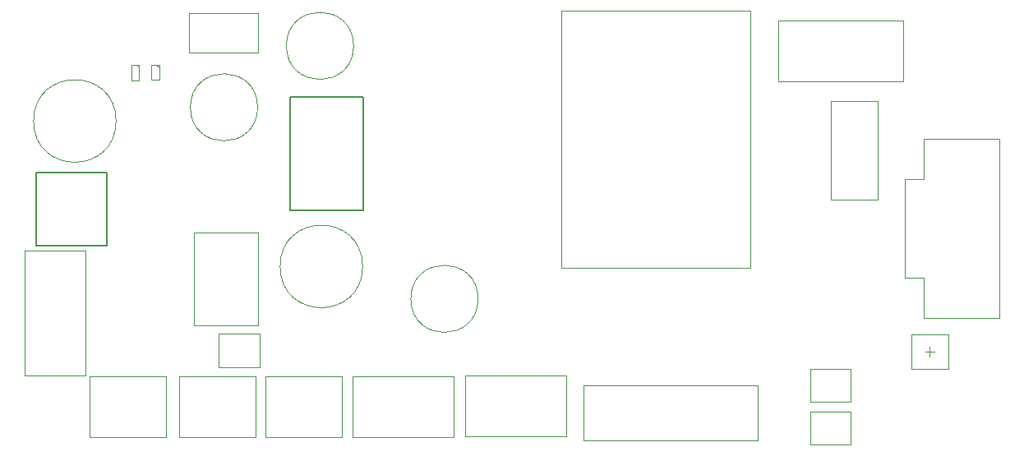
<source format=gbr>
%TF.GenerationSoftware,Altium Limited,Altium Designer,23.4.1 (23)*%
G04 Layer_Color=32768*
%FSLAX45Y45*%
%MOMM*%
%TF.SameCoordinates,D6ADF24A-3376-43E2-8D1E-8FFFCD63A60F*%
%TF.FilePolarity,Positive*%
%TF.FileFunction,Other,Courtyard_Top*%
%TF.Part,Single*%
G01*
G75*
%TA.AperFunction,NonConductor*%
%ADD115C,0.20000*%
%ADD120C,0.10000*%
%ADD123C,0.05000*%
D115*
X228000Y2074000D02*
Y2824000D01*
Y2074000D02*
X958000D01*
Y2824000D01*
X228000D02*
X958000D01*
X2846200Y3606000D02*
X3595500D01*
X2846200Y2436000D02*
Y3606000D01*
Y2436000D02*
X3595500D01*
Y3606000D01*
D120*
X8901800Y2541000D02*
Y3561000D01*
X8416800Y2541000D02*
X8901800D01*
X8416800D02*
Y3561000D01*
X8901800D01*
X1495000Y3777000D02*
Y3937001D01*
X1415000Y3777000D02*
X1495000D01*
X1415000D02*
Y3937001D01*
X1495000Y3937001D01*
X1468300Y3937001D02*
X1495000Y3910301D01*
X9243500Y805000D02*
Y1155000D01*
X9628500Y805000D02*
X9628500Y1155000D01*
X9243500D02*
X9628500D01*
X9243500Y805000D02*
X9628500D01*
X9386000Y980000D02*
X9486000D01*
X9436000Y930000D02*
Y1030000D01*
X1263300Y3936000D02*
X1290000Y3909300D01*
X1210000Y3936000D02*
X1290000D01*
X1210000Y3776000D02*
Y3936000D01*
Y3776000D02*
X1290000Y3776000D01*
X1290000Y3936000D01*
D123*
X3592000Y1857000D02*
G03*
X3592000Y1857000I-425000J0D01*
G01*
X3499300Y4130000D02*
G03*
X3499300Y4130000I-346300J0D01*
G01*
X4781300Y1523000D02*
G03*
X4781300Y1523000I-346300J0D01*
G01*
X2510300Y3497000D02*
G03*
X2510300Y3497000I-346300J0D01*
G01*
X1052000Y3356000D02*
G03*
X1052000Y3356000I-425000J0D01*
G01*
X735000Y733000D02*
Y2023000D01*
X110000Y733000D02*
X735000D01*
X110000D02*
Y2023000D01*
X735000D01*
X2529001Y821000D02*
Y1161000D01*
X2107000Y821000D02*
X2529001D01*
X2107000D02*
Y1161000D01*
X2529001D01*
X1799500Y4058750D02*
Y4471250D01*
Y4058750D02*
X2510500D01*
Y4471250D01*
X1799500D02*
X2510500D01*
X1855000Y2205000D02*
X2515000D01*
X1855000Y1249000D02*
Y2205000D01*
Y1249000D02*
X2515000D01*
Y2205000D01*
X5638989Y1840809D02*
Y4490809D01*
X7588989D01*
Y1840809D02*
Y4490809D01*
X5638989Y1840809D02*
X7588989D01*
X1698000Y101000D02*
Y726000D01*
Y101000D02*
X2488000D01*
Y726000D01*
X1698000D02*
X2488000D01*
X9175000Y1744500D02*
Y2755500D01*
X9375000D01*
Y3171000D01*
X10155000D01*
Y1329000D02*
Y3171000D01*
X9375000Y1329000D02*
X10155000D01*
X9375000D02*
Y1744500D01*
X9175000D02*
X9375000D01*
X5870501Y68000D02*
Y628000D01*
Y68000D02*
X7663501D01*
Y628000D01*
X5870501D02*
X7663501D01*
X8623000Y18000D02*
Y358000D01*
X8201000D02*
X8623000D01*
X8200999Y18000D02*
X8201000Y358000D01*
X8200999Y18000D02*
X8623000D01*
X3490000Y101000D02*
Y726000D01*
Y101000D02*
X4530000D01*
Y726000D01*
X3490000D02*
X4530000D01*
X2592000Y101000D02*
Y726000D01*
Y101000D02*
X3382000D01*
Y726000D01*
X2592000D02*
X3382000D01*
X4650000Y729000D02*
X5690000D01*
Y104000D02*
Y729000D01*
X4650000Y104000D02*
X5690000D01*
X4650000D02*
Y729000D01*
X775000Y727000D02*
X1565000D01*
Y102000D02*
Y727000D01*
X775000Y102000D02*
X1565000D01*
X775000D02*
Y727000D01*
X8201000Y460000D02*
X8623000D01*
X8201000D02*
X8201000Y800000D01*
X8623000D01*
Y460000D02*
Y800000D01*
X9164000Y3767000D02*
Y4392000D01*
X7874000D02*
X9164000D01*
X7874000Y3767000D02*
Y4392000D01*
Y3767000D02*
X9164000D01*
%TF.MD5,eb8270712e9328f722487767a387a9b1*%
M02*

</source>
